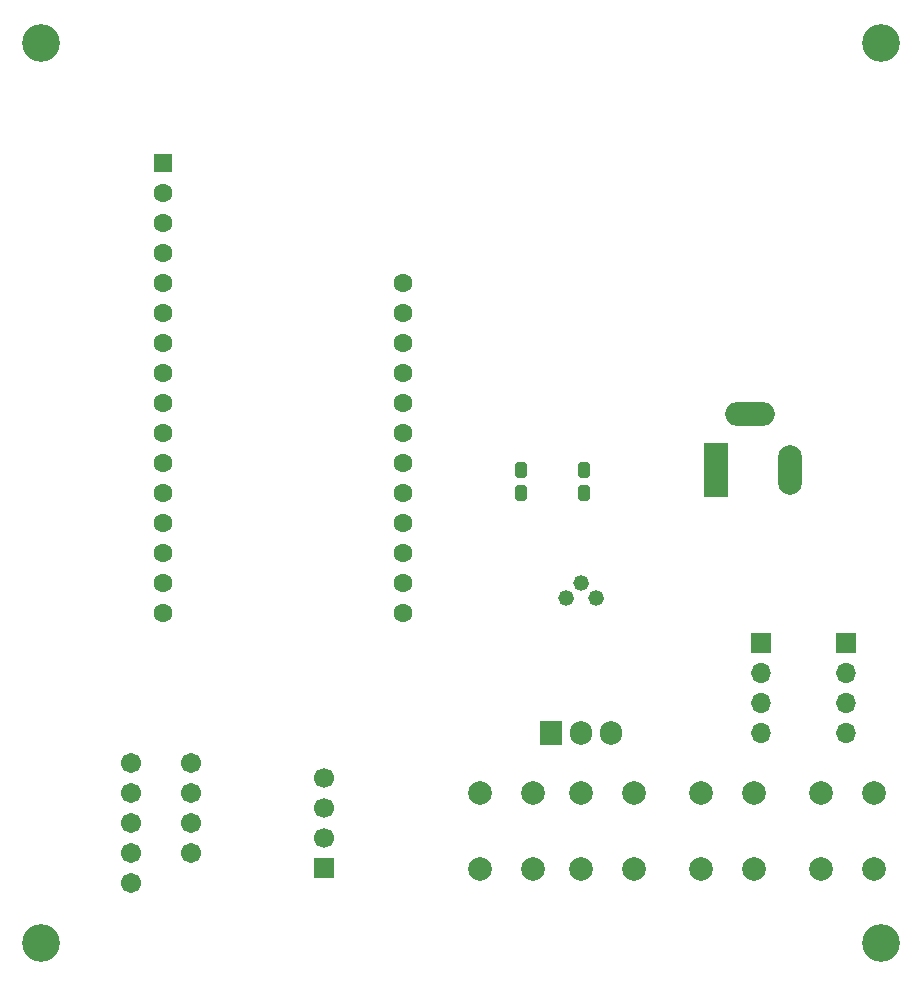
<source format=gbr>
%TF.GenerationSoftware,KiCad,Pcbnew,7.0.6*%
%TF.CreationDate,2024-05-09T00:55:35-07:00*%
%TF.ProjectId,PCB final,50434220-6669-46e6-916c-2e6b69636164,rev?*%
%TF.SameCoordinates,Original*%
%TF.FileFunction,Soldermask,Top*%
%TF.FilePolarity,Negative*%
%FSLAX46Y46*%
G04 Gerber Fmt 4.6, Leading zero omitted, Abs format (unit mm)*
G04 Created by KiCad (PCBNEW 7.0.6) date 2024-05-09 00:55:35*
%MOMM*%
%LPD*%
G01*
G04 APERTURE LIST*
G04 Aperture macros list*
%AMRoundRect*
0 Rectangle with rounded corners*
0 $1 Rounding radius*
0 $2 $3 $4 $5 $6 $7 $8 $9 X,Y pos of 4 corners*
0 Add a 4 corners polygon primitive as box body*
4,1,4,$2,$3,$4,$5,$6,$7,$8,$9,$2,$3,0*
0 Add four circle primitives for the rounded corners*
1,1,$1+$1,$2,$3*
1,1,$1+$1,$4,$5*
1,1,$1+$1,$6,$7*
1,1,$1+$1,$8,$9*
0 Add four rect primitives between the rounded corners*
20,1,$1+$1,$2,$3,$4,$5,0*
20,1,$1+$1,$4,$5,$6,$7,0*
20,1,$1+$1,$6,$7,$8,$9,0*
20,1,$1+$1,$8,$9,$2,$3,0*%
G04 Aperture macros list end*
%ADD10C,3.200000*%
%ADD11R,1.700000X1.700000*%
%ADD12O,1.700000X1.700000*%
%ADD13C,2.000000*%
%ADD14C,1.320800*%
%ADD15RoundRect,0.250000X0.275000X-0.400000X0.275000X0.400000X-0.275000X0.400000X-0.275000X-0.400000X0*%
%ADD16R,2.000000X4.600000*%
%ADD17O,2.000000X4.200000*%
%ADD18O,4.200000X2.000000*%
%ADD19R,1.600000X1.600000*%
%ADD20C,1.600000*%
%ADD21R,1.905000X2.000000*%
%ADD22O,1.905000X2.000000*%
%ADD23C,1.700000*%
%ADD24C,1.712000*%
G04 APERTURE END LIST*
D10*
%TO.C,REF\u002A\u002A*%
X30480000Y-66040000D03*
%TD*%
D11*
%TO.C,FAN2*%
X98630000Y-116840000D03*
D12*
X98630000Y-119380000D03*
X98630000Y-121920000D03*
X98630000Y-124460000D03*
%TD*%
D10*
%TO.C,REF\u002A\u002A*%
X101600000Y-66040000D03*
%TD*%
D13*
%TO.C,SW1*%
X67650000Y-136040000D03*
X67650000Y-129540000D03*
X72150000Y-136040000D03*
X72150000Y-129540000D03*
%TD*%
%TO.C,SW2*%
X76200000Y-136040000D03*
X76200000Y-129540000D03*
X80700000Y-136040000D03*
X80700000Y-129540000D03*
%TD*%
D14*
%TO.C,TN0702N3-G1*%
X74930000Y-113030000D03*
X76200000Y-111760000D03*
X77470000Y-113030000D03*
%TD*%
D15*
%TO.C,C1*%
X71120000Y-104140000D03*
X71120000Y-102190000D03*
%TD*%
D10*
%TO.C,REF\u002A\u002A*%
X101600000Y-142240000D03*
%TD*%
D13*
%TO.C,SW3*%
X96520000Y-136040000D03*
X96520000Y-129540000D03*
X101020000Y-136040000D03*
X101020000Y-129540000D03*
%TD*%
D15*
%TO.C,C2*%
X76470000Y-104140000D03*
X76470000Y-102190000D03*
%TD*%
D16*
%TO.C,BarrelJack1*%
X87630000Y-102250000D03*
D17*
X93930000Y-102250000D03*
D18*
X90530000Y-97450000D03*
%TD*%
D19*
%TO.C,ESP32FeatherBoard1*%
X40826000Y-76200000D03*
D20*
X40826000Y-78740000D03*
X40826000Y-81280000D03*
X40826000Y-83820000D03*
X40826000Y-86360000D03*
X40826000Y-88900000D03*
X40826000Y-91440000D03*
X40826000Y-93980000D03*
X40826000Y-96520000D03*
X40826000Y-99060000D03*
X40826000Y-101600000D03*
X40826000Y-104140000D03*
X40826000Y-106680000D03*
X40826000Y-109220000D03*
X40826000Y-111760000D03*
X40826000Y-114300000D03*
X61146000Y-114300000D03*
X61146000Y-111760000D03*
X61146000Y-109220000D03*
X61146000Y-106680000D03*
X61146000Y-104140000D03*
X61146000Y-101600000D03*
X61146000Y-99060000D03*
X61146000Y-96520000D03*
X61146000Y-93980000D03*
X61146000Y-91440000D03*
X61146000Y-88900000D03*
X61146000Y-86360000D03*
%TD*%
D10*
%TO.C,REF\u002A\u002A*%
X30480000Y-142240000D03*
%TD*%
D21*
%TO.C,LM7805*%
X73660000Y-124460000D03*
D22*
X76200000Y-124460000D03*
X78740000Y-124460000D03*
%TD*%
D11*
%TO.C,OLED-SSD1306*%
X54464000Y-135890000D03*
D23*
X54464000Y-133350000D03*
X54464000Y-130810000D03*
X54464000Y-128270000D03*
%TD*%
D24*
%TO.C,MH-Z19B1*%
X43180000Y-129540000D03*
X38100000Y-129540000D03*
X38100000Y-132080000D03*
X43180000Y-127000000D03*
X43180000Y-132080000D03*
X43180000Y-134620000D03*
X38100000Y-127000000D03*
X38100000Y-134620000D03*
X38100000Y-137160000D03*
%TD*%
D11*
%TO.C,FAN1*%
X91440000Y-116840000D03*
D12*
X91440000Y-119380000D03*
X91440000Y-121920000D03*
X91440000Y-124460000D03*
%TD*%
D13*
%TO.C,SW4*%
X86360000Y-136040000D03*
X86360000Y-129540000D03*
X90860000Y-136040000D03*
X90860000Y-129540000D03*
%TD*%
M02*

</source>
